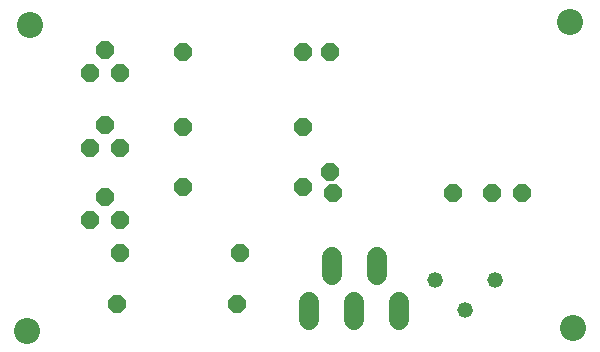
<source format=gbr>
G04 EAGLE Gerber RS-274X export*
G75*
%MOMM*%
%FSLAX34Y34*%
%LPD*%
%INSoldermask Bottom*%
%IPPOS*%
%AMOC8*
5,1,8,0,0,1.08239X$1,22.5*%
G01*
%ADD10C,2.203200*%
%ADD11P,1.649562X8X22.500000*%
%ADD12C,1.727200*%
%ADD13C,1.320800*%
%ADD14P,1.649562X8X112.500000*%
%ADD15P,1.649562X8X202.500000*%


D10*
X20320Y266700D03*
X477520Y269240D03*
X480060Y10160D03*
X17780Y7620D03*
D11*
X411480Y124460D03*
X436880Y124460D03*
X71120Y226060D03*
X83820Y245110D03*
X96520Y226060D03*
X71120Y162560D03*
X83820Y181610D03*
X96520Y162560D03*
X71120Y101600D03*
X83820Y120650D03*
X96520Y101600D03*
D12*
X256540Y31750D02*
X256540Y16510D01*
X275590Y54610D02*
X275590Y69850D01*
X294640Y31750D02*
X294640Y16510D01*
X313690Y54610D02*
X313690Y69850D01*
X332740Y31750D02*
X332740Y16510D01*
D11*
X149860Y243840D03*
X251460Y243840D03*
D13*
X363220Y50800D03*
X388620Y25400D03*
X414020Y50800D03*
D11*
X149860Y180340D03*
X251460Y180340D03*
X149860Y129540D03*
X251460Y129540D03*
X276860Y124460D03*
X378460Y124460D03*
D14*
X274320Y142240D03*
X274320Y243840D03*
D11*
X93980Y30480D03*
X195580Y30480D03*
D15*
X198120Y73660D03*
X96520Y73660D03*
M02*

</source>
